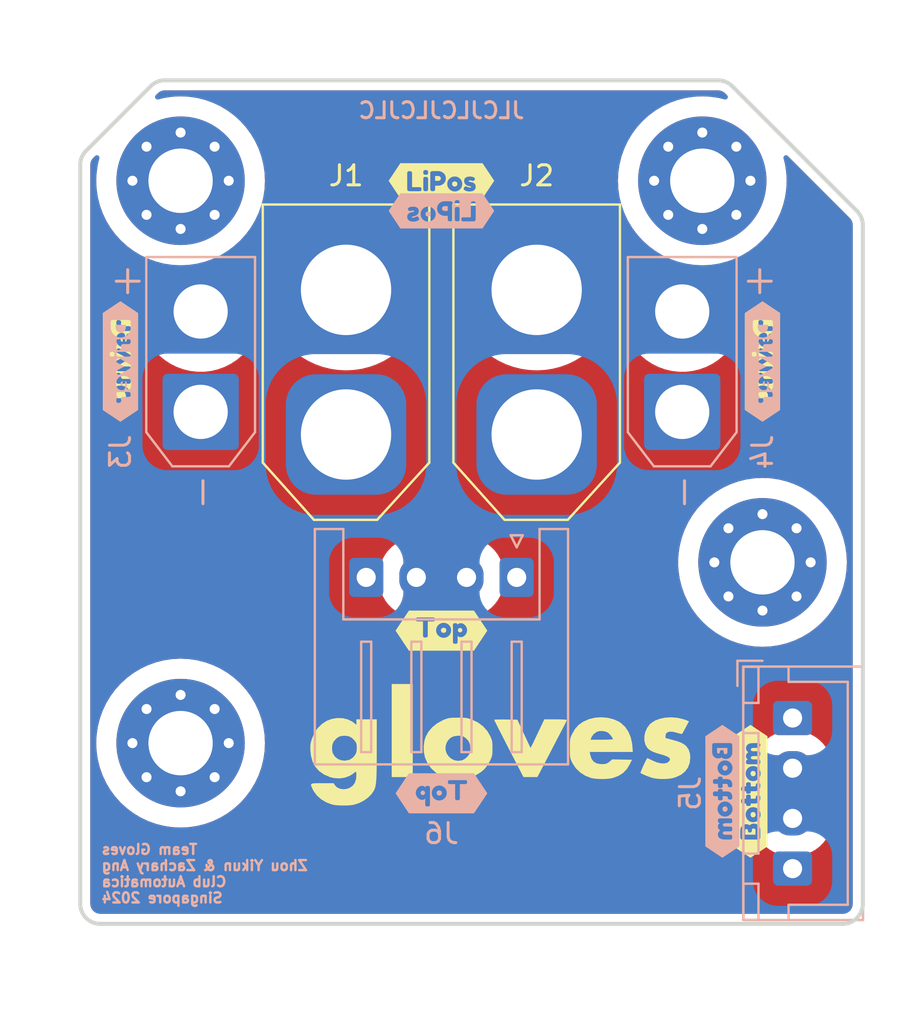
<source format=kicad_pcb>
(kicad_pcb (version 20240108) (generator "pcbnew") (generator_version "8.0")
  (title_block (title "Power Plate") (date "2024-06-17") (rev "1.1.0") (company "Zhou Yikun & Zachary Ang") (comment 1 "RoboCup Junior Soccer Open 2024"))
  (layers (0 "F.Cu" signal) (31 "B.Cu" signal) (34 "B.Paste" user) (35 "F.Paste" user) (36 "B.SilkS" user "B.Silkscreen") (37 "F.SilkS" user "F.Silkscreen") (38 "B.Mask" user) (39 "F.Mask" user) (44 "Edge.Cuts" user))
  (net 0 "")
  (net 1 "GND")
  (net 2 "+12V")
  (footprint "kibuzzard-66701A06" (layer "F.Cu") (at 81 148 90)
    (property "Reference" "kibuzzard-66701A06" (hide yes))
    (property "Value" "G***" (hide yes))
  )
  (footprint "MountingHole:MountingHole_3.2mm_M3_Pad_Via" (layer "F.Cu") (at 84 139)
    (property "Reference" "H1" (hide yes))
    (property "Value" "MountingHole-M3")
    (pad "1" thru_hole circle (at -2.4 0) (size 0.8 0.8) (drill 0.5) (layers "*.Cu" "*.Mask"))
    (pad "1" thru_hole circle (at -1.697056 -1.697056) (size 0.8 0.8) (drill 0.5) (layers "*.Cu" "*.Mask"))
    (pad "1" thru_hole circle (at -1.697056 1.697056) (size 0.8 0.8) (drill 0.5) (layers "*.Cu" "*.Mask"))
    (pad "1" thru_hole circle (at 0 -2.4) (size 0.8 0.8) (drill 0.5) (layers "*.Cu" "*.Mask"))
    (pad "1" thru_hole circle (at 0 0) (size 6.4 6.4) (drill 3.2) (layers "*.Cu" "*.Mask"))
    (pad "1" thru_hole circle (at 0 2.4) (size 0.8 0.8) (drill 0.5) (layers "*.Cu" "*.Mask"))
    (pad "1" thru_hole circle (at 1.697056 -1.697056) (size 0.8 0.8) (drill 0.5) (layers "*.Cu" "*.Mask"))
    (pad "1" thru_hole circle (at 1.697056 1.697056) (size 0.8 0.8) (drill 0.5) (layers "*.Cu" "*.Mask"))
    (pad "1" thru_hole circle (at 2.4 0) (size 0.8 0.8) (drill 0.5) (layers "*.Cu" "*.Mask"))
  )
  (footprint "LOGO" (layer "F.Cu") (at 100 167)
    (property "Reference" "G***" (hide yes))
    (property "Value" "LOGO" (hide yes))
  )
  (footprint "LOGO" (layer "F.Cu") (at 113.878415 146.361339)
    (property "Reference" "G***" (hide yes))
    (property "Value" "LOGO" (hide yes))
  )
  (footprint "MountingHole:MountingHole_3.2mm_M3_Pad_Via" (layer "F.Cu") (at 84 167)
    (property "Reference" "H3" (hide yes))
    (property "Value" "MountingHole-M3")
    (pad "1" thru_hole circle (at -2.4 0) (size 0.8 0.8) (drill 0.5) (layers "*.Cu" "*.Mask"))
    (pad "1" thru_hole circle (at -1.697056 -1.697056) (size 0.8 0.8) (drill 0.5) (layers "*.Cu" "*.Mask"))
    (pad "1" thru_hole circle (at -1.697056 1.697056) (size 0.8 0.8) (drill 0.5) (layers "*.Cu" "*.Mask"))
    (pad "1" thru_hole circle (at 0 -2.4) (size 0.8 0.8) (drill 0.5) (layers "*.Cu" "*.Mask"))
    (pad "1" thru_hole circle (at 0 0) (size 6.4 6.4) (drill 3.2) (layers "*.Cu" "*.Mask"))
    (pad "1" thru_hole circle (at 0 2.4) (size 0.8 0.8) (drill 0.5) (layers "*.Cu" "*.Mask"))
    (pad "1" thru_hole circle (at 1.697056 -1.697056) (size 0.8 0.8) (drill 0.5) (layers "*.Cu" "*.Mask"))
    (pad "1" thru_hole circle (at 1.697056 1.697056) (size 0.8 0.8) (drill 0.5) (layers "*.Cu" "*.Mask"))
    (pad "1" thru_hole circle (at 2.4 0) (size 0.8 0.8) (drill 0.5) (layers "*.Cu" "*.Mask"))
  )
  (footprint "kibuzzard-66701992" (layer "F.Cu") (at 112.4 169.4 90)
    (property "Reference" "kibuzzard-66701992" (hide yes))
    (property "Value" "G***" (hide yes))
  )
  (footprint "kibuzzard-66701A06" (layer "F.Cu") (at 113 148 90)
    (property "Reference" "kibuzzard-66701A06" (hide yes))
    (property "Value" "G***" (hide yes))
  )
  (footprint "Connector_AMASS:AMASS_XT60-M_1x02_P7.20mm_Vertical" (layer "F.Cu") (at 101.745495 151.633839 90)
    (property "Reference" "J2" (at 12.883839 0.004505 180) (layer "F.SilkS"))
    (property "Value" "XT60E-M")
    (pad "1" thru_hole roundrect (at 0 0 90) (size 6 6) (drill 4.5) (layers "*.Cu" "*.Mask") (net 1 "GND"))
    (pad "2" thru_hole circle (at 7.2 0 90) (size 6 6) (drill 4.5) (layers "*.Cu" "*.Mask") (net 2 "+12V"))
  )
  (footprint "LOGO" (layer "F.Cu") (at 102 165)
    (property "Reference" "G***" (hide yes))
    (property "Value" "LOGO" (hide yes))
  )
  (footprint "MountingHole:MountingHole_3.2mm_M3_Pad_Via" (layer "F.Cu") (at 113 158)
    (property "Reference" "H4" (hide yes))
    (property "Value" "MountingHole-M3")
    (pad "1" thru_hole circle (at -2.4 0) (size 0.8 0.8) (drill 0.5) (layers "*.Cu" "*.Mask"))
    (pad "1" thru_hole circle (at -1.697056 -1.697056) (size 0.8 0.8) (drill 0.5) (layers "*.Cu" "*.Mask"))
    (pad "1" thru_hole circle (at -1.697056 1.697056) (size 0.8 0.8) (drill 0.5) (layers "*.Cu" "*.Mask"))
    (pad "1" thru_hole circle (at 0 -2.4) (size 0.8 0.8) (drill 0.5) (layers "*.Cu" "*.Mask"))
    (pad "1" thru_hole circle (at 0 0) (size 6.4 6.4) (drill 3.2) (layers "*.Cu" "*.Mask"))
    (pad "1" thru_hole circle (at 0 2.4) (size 0.8 0.8) (drill 0.5) (layers "*.Cu" "*.Mask"))
    (pad "1" thru_hole circle (at 1.697056 -1.697056) (size 0.8 0.8) (drill 0.5) (layers "*.Cu" "*.Mask"))
    (pad "1" thru_hole circle (at 1.697056 1.697056) (size 0.8 0.8) (drill 0.5) (layers "*.Cu" "*.Mask"))
    (pad "1" thru_hole circle (at 2.4 0) (size 0.8 0.8) (drill 0.5) (layers "*.Cu" "*.Mask"))
  )
  (footprint "kibuzzard-667019FA" (layer "F.Cu") (at 97 139)
    (property "Reference" "kibuzzard-667019FA" (hide yes))
    (property "Value" "G***" (hide yes))
  )
  (footprint "kibuzzard-66701961" (layer "F.Cu") (at 97 161.4)
    (property "Reference" "kibuzzard-66701961" (hide yes))
    (property "Value" "G***" (hide yes))
  )
  (footprint "MountingHole:MountingHole_3.2mm_M3_Pad_Via" (layer "F.Cu") (at 110 139)
    (property "Reference" "H2" (hide yes))
    (property "Value" "MountingHole-M3")
    (pad "1" thru_hole circle (at -2.4 0) (size 0.8 0.8) (drill 0.5) (layers "*.Cu" "*.Mask"))
    (pad "1" thru_hole circle (at -1.697056 -1.697056) (size 0.8 0.8) (drill 0.5) (layers "*.Cu" "*.Mask"))
    (pad "1" thru_hole circle (at -1.697056 1.697056) (size 0.8 0.8) (drill 0.5) (layers "*.Cu" "*.Mask"))
    (pad "1" thru_hole circle (at 0 -2.4) (size 0.8 0.8) (drill 0.5) (layers "*.Cu" "*.Mask"))
    (pad "1" thru_hole circle (at 0 0) (size 6.4 6.4) (drill 3.2) (layers "*.Cu" "*.Mask"))
    (pad "1" thru_hole circle (at 0 2.4) (size 0.8 0.8) (drill 0.5) (layers "*.Cu" "*.Mask"))
    (pad "1" thru_hole circle (at 1.697056 -1.697056) (size 0.8 0.8) (drill 0.5) (layers "*.Cu" "*.Mask"))
    (pad "1" thru_hole circle (at 1.697056 1.697056) (size 0.8 0.8) (drill 0.5) (layers "*.Cu" "*.Mask"))
    (pad "1" thru_hole circle (at 2.4 0) (size 0.8 0.8) (drill 0.5) (layers "*.Cu" "*.Mask"))
  )
  (footprint "Connector_AMASS:AMASS_XT60-M_1x02_P7.20mm_Vertical" (layer "F.Cu") (at 92.245495 151.633839 90)
    (property "Reference" "J1" (at 12.883839 0.004505 180) (layer "F.SilkS"))
    (property "Value" "XT60E-M")
    (pad "1" thru_hole roundrect (at 0 0 90) (size 6 6) (drill 4.5) (layers "*.Cu" "*.Mask") (net 1 "GND"))
    (pad "2" thru_hole circle (at 7.2 0 90) (size 6 6) (drill 4.5) (layers "*.Cu" "*.Mask") (net 2 "+12V"))
  )
  (footprint "Connector_JST:JST_XH_B4B-XH-A_1x04_P2.50mm_Vertical" (layer "B.Cu") (at 114.5 165.75 -90)
    (property "Reference" "J5" (at 3.75 5.1 90) (layer "B.SilkS") (effects (justify mirror)))
    (property "Value" "JST-XH-B4B")
    (pad "1" thru_hole roundrect (at 0 0 270) (size 1.7 1.95) (drill 0.95) (layers "*.Cu" "*.Mask") (roundrect_rratio 0.147059) (net 1 "GND"))
    (pad "2" thru_hole oval (at 2.5 0 270) (size 1.7 1.95) (drill 0.95) (layers "*.Cu" "*.Mask") (net 2 "+12V"))
    (pad "3" thru_hole oval (at 5 0 270) (size 1.7 1.95) (drill 0.95) (layers "*.Cu" "*.Mask") (net 2 "+12V"))
    (pad "4" thru_hole roundrect (at 7.5 0 270) (size 1.7 1.95) (drill 0.95) (layers "*.Cu" "*.Mask") (roundrect_rratio 0.1470588235) (net 1 "GND"))
  )
  (footprint "kibuzzard-667019FA" (layer "B.Cu") (at 97 140.5 180)
    (property "Reference" "kibuzzard-667019FA" (hide yes))
    (property "Value" "G***" (hide yes))
  )
  (footprint "kibuzzard-66701A06" (layer "B.Cu") (at 81 148 -90)
    (property "Reference" "kibuzzard-66701A06" (hide yes))
    (property "Value" "G***" (hide yes))
  )
  (footprint "Connector_AMASS:AMASS_XT30U-F_1x02_P5.0mm_Vertical" (layer "B.Cu") (at 85 150.508839 90)
    (property "Reference" "J3" (at -1.991161 -4 90) (layer "B.SilkS") (effects (justify mirror)))
    (property "Value" "XT30-F")
    (fp_text user "+" (at 6.508839 -3.75 90) (layer "B.SilkS") (effects (font (size 1.5 1.5)) (justify mirror)))
    (fp_text user "-" (at -4 0 90) (layer "B.SilkS") (effects (font (size 1.5 1.5)) (justify mirror)))
    (pad "1" thru_hole roundrect (at 0 0 90) (size 3.8 3.8) (drill 2.7) (layers "*.Cu" "*.Mask") (roundrect_rratio 0.06578947368) (net 1 "GND"))
    (pad "2" thru_hole circle (at 5 0 90) (size 4 4) (drill 2.7) (layers "*.Cu" "*.Mask") (net 2 "+12V"))
  )
  (footprint "Connector_JST:JST_XH_S4B-XH-A_1x04_P2.50mm_Horizontal" (layer "B.Cu") (at 100.75 158.75 180)
    (property "Reference" "J6" (at 3.75 -12.75 0) (layer "B.SilkS") (effects (justify mirror)))
    (property "Value" "JST-XH-S4B")
    (pad "1" thru_hole roundrect (at 0 0 180) (size 1.7 1.95) (drill 0.95) (layers "*.Cu" "*.Mask") (roundrect_rratio 0.147059) (net 1 "GND"))
    (pad "2" thru_hole oval (at 2.5 0 180) (size 1.7 1.95) (drill 0.95) (layers "*.Cu" "*.Mask") (net 2 "+12V"))
    (pad "3" thru_hole oval (at 5 0 180) (size 1.7 1.95) (drill 0.95) (layers "*.Cu" "*.Mask") (net 2 "+12V"))
    (pad "4" thru_hole roundrect (at 7.5 0 180) (size 1.7 1.95) (drill 0.95) (layers "*.Cu" "*.Mask") (roundrect_rratio 0.1470588235) (net 1 "GND"))
  )
  (footprint "kibuzzard-66701961" (layer "B.Cu") (at 97 169.5 180)
    (property "Reference" "kibuzzard-66701961" (hide yes))
    (property "Value" "G***" (hide yes))
  )
  (footprint "Connector_AMASS:AMASS_XT30U-F_1x02_P5.0mm_Vertical" (layer "B.Cu") (at 109 150.508839 90)
    (property "Reference" "J4" (at -1.991161 4 90) (layer "B.SilkS") (effects (justify mirror)))
    (property "Value" "XT30-F")
    (fp_text user "+" (at 6.508839 3.75 90) (layer "B.SilkS") (effects (font (size 1.5 1.5)) (justify mirror)))
    (fp_text user "-" (at -4 0 90) (layer "B.SilkS") (effects (font (size 1.5 1.5)) (justify mirror)))
    (pad "1" thru_hole roundrect (at 0 0 90) (size 3.8 3.8) (drill 2.7) (layers "*.Cu" "*.Mask") (roundrect_rratio 0.06578947368) (net 1 "GND"))
    (pad "2" thru_hole circle (at 5 0 90) (size 4 4) (drill 2.7) (layers "*.Cu" "*.Mask") (net 2 "+12V"))
  )
  (footprint "kibuzzard-66701A06" (layer "B.Cu") (at 113 148 -90)
    (property "Reference" "kibuzzard-66701A06" (hide yes))
    (property "Value" "G***" (hide yes))
  )
  (footprint "kibuzzard-66701992" (layer "B.Cu") (at 111 169.4 -90)
    (property "Reference" "kibuzzard-66701992" (hide yes))
    (property "Value" "G***" (hide yes))
  )
  (gr_arc (start 118 175) (mid 117.707107 175.707107) (end 117 176) (stroke (width 0.2)) (layer "Edge.Cuts"))
  (gr_circle (center 113 158) (end 111.5 158) (stroke (width 0.2)) (fill none) (layer "Edge.Cuts"))
  (gr_arc (start 117.707105 140.506095) (mid 117.923877 140.830518) (end 118 141.2132) (stroke (width 0.2)) (layer "Edge.Cuts"))
  (gr_line (start 110.7868 134) (end 83.2132 134) (stroke (width 0.2)) (layer "Edge.Cuts"))
  (gr_circle (center 110 139) (end 108.5 139) (stroke (width 0.2)) (fill none) (layer "Edge.Cuts"))
  (gr_line (start 82.506095 134.292895) (end 79.292895 137.506095) (stroke (width 0.2)) (layer "Edge.Cuts"))
  (gr_circle (center 84 139) (end 82.5 139) (stroke (width 0.2)) (fill none) (layer "Edge.Cuts"))
  (gr_line (start 118 175) (end 118 141.2132) (stroke (width 0.2)) (layer "Edge.Cuts"))
  (gr_arc (start 110.7868 134) (mid 111.169483 134.07612) (end 111.493905 134.292895) (stroke (width 0.2)) (layer "Edge.Cuts"))
  (gr_line (start 117.707105 140.506095) (end 111.493905 134.292895) (stroke (width 0.2)) (layer "Edge.Cuts"))
  (gr_arc (start 80 176) (mid 79.292893 175.707107) (end 79 175) (stroke (width 0.2)) (layer "Edge.Cuts"))
  (gr_circle (center 84 167) (end 82.5 167) (stroke (width 0.2)) (fill none) (layer "Edge.Cuts"))
  (gr_line (start 79 138.2132) (end 79 175) (stroke (width 0.2)) (layer "Edge.Cuts"))
  (gr_arc (start 82.506095 134.292895) (mid 82.830518 134.076123) (end 83.2132 134) (stroke (width 0.2)) (layer "Edge.Cuts"))
  (gr_arc (start 79 138.2132) (mid 79.07612 137.830517) (end 79.292895 137.506095) (stroke (width 0.2)) (layer "Edge.Cuts"))
  (gr_line (start 80 176) (end 117 176) (stroke (width 0.2)) (layer "Edge.Cuts"))
  (gr_text "JLCJLCJLCJLC" (at 97 135.5 -0) (layer "B.SilkS") (effects (font (size 0.8 0.8) (thickness 0.15) (bold yes)) (justify mirror)))
  (gr_text "Team Gloves\nZhou Yikun & Zachary Ang\nClub Automatica\nSingapore 2024" (at 80 173.5 0) (layer "B.SilkS") (effects (font (size 0.5 0.5) (thickness 0.12) (bold yes)) (justify right mirror)))
  (zone (net 1) (net_name "GND") (layer "F.Cu") (connect_pads yes (clearance 1)) (min_thickness 0.25) (fill yes (thermal_gap 0.5) (thermal_bridge_width 0.5))
    (polygon (pts (xy 76 131) (xy 121 131) (xy 121 181) (xy 76 181)))
  )
  (zone (net 2) (net_name "+12V") (layer "B.Cu") (priority 1) (connect_pads yes (clearance 1)) (min_thickness 0.25) (fill yes (thermal_gap 0.5) (thermal_bridge_width 0.5))
    (polygon (pts (xy 75 130) (xy 120 130) (xy 120 180) (xy 75 180)))
  )
)
</source>
